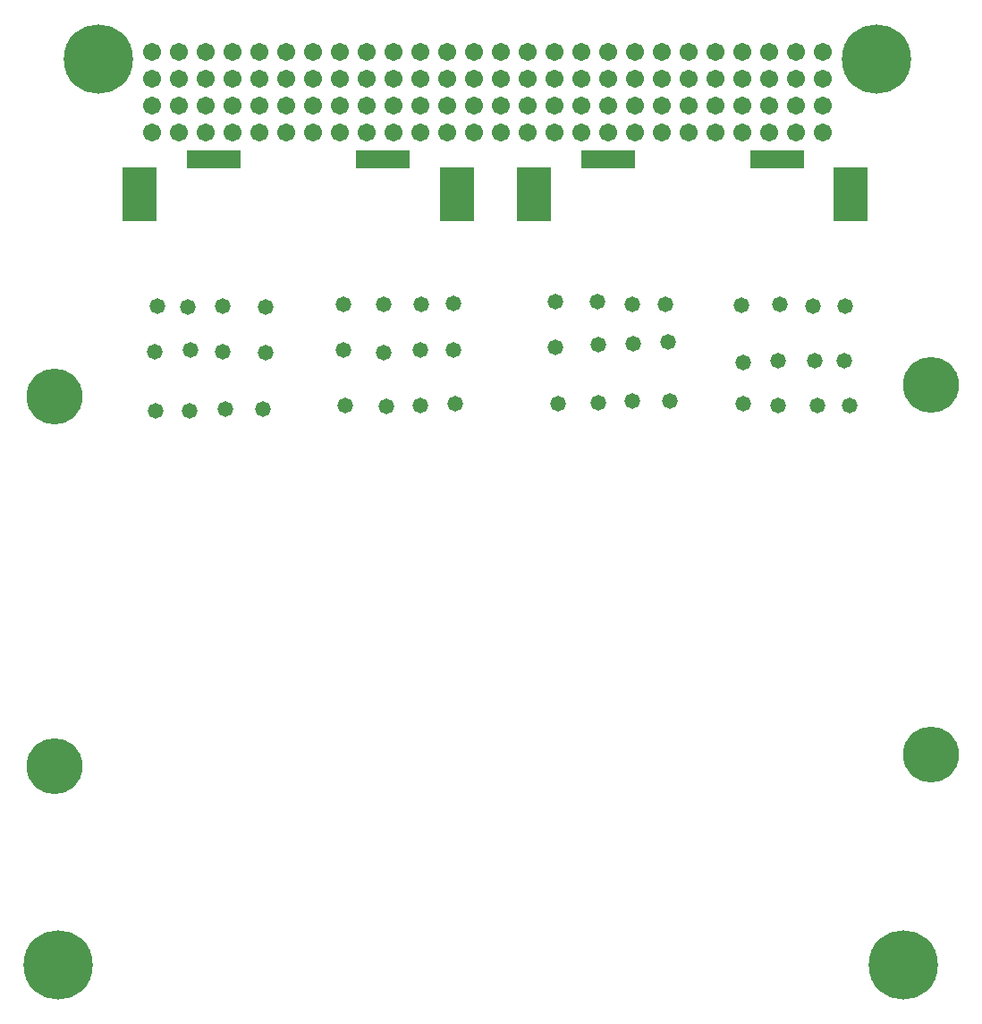
<source format=gts>
%FSLAX44Y44*%
%MOMM*%
G71*
G01*
G75*
G04 Layer_Color=8388736*
%ADD10R,5.0000X1.5000*%
%ADD11R,3.0000X5.0000*%
%ADD12C,0.2540*%
%ADD13C,1.2700*%
%ADD14C,2.5400*%
%ADD15C,6.3500*%
%ADD16C,5.0800*%
%ADD17C,1.5000*%
%ADD18C,1.2700*%
%ADD19C,1.0160*%
%ADD20C,4.1910*%
%ADD21C,4.0160*%
%ADD22C,1.9160*%
G04:AMPARAMS|DCode=23|XSize=2.424mm|YSize=2.424mm|CornerRadius=0mm|HoleSize=0mm|Usage=FLASHONLY|Rotation=0.000|XOffset=0mm|YOffset=0mm|HoleType=Round|Shape=Relief|Width=0.254mm|Gap=0.254mm|Entries=4|*
%AMTHD23*
7,0,0,2.4240,1.9160,0.2540,45*
%
%ADD23THD23*%
G04:AMPARAMS|DCode=24|XSize=2.2352mm|YSize=2.2352mm|CornerRadius=0mm|HoleSize=0mm|Usage=FLASHONLY|Rotation=0.000|XOffset=0mm|YOffset=0mm|HoleType=Round|Shape=Relief|Width=0.254mm|Gap=0.254mm|Entries=4|*
%AMTHD24*
7,0,0,2.2352,1.7272,0.2540,45*
%
%ADD24THD24*%
%ADD25C,1.7272*%
%ADD26R,5.2032X1.7032*%
%ADD27R,3.2032X5.2032*%
%ADD28C,6.5532*%
%ADD29C,5.2832*%
%ADD30C,1.7032*%
%ADD31C,1.4732*%
D26*
X349380Y812780D02*
D03*
X189380D02*
D03*
X722480D02*
D03*
X562480D02*
D03*
D27*
X419380Y779780D02*
D03*
X119380D02*
D03*
X792480D02*
D03*
X492480D02*
D03*
D28*
X80010Y908050D02*
D03*
X842010Y50800D02*
D03*
X41910D02*
D03*
X816610Y908050D02*
D03*
D29*
X38810Y238790D02*
D03*
Y588265D02*
D03*
X867970Y250220D02*
D03*
Y599695D02*
D03*
D30*
X130810Y863600D02*
D03*
Y838200D02*
D03*
X156210D02*
D03*
X181610D02*
D03*
X207010D02*
D03*
X232410D02*
D03*
X257810D02*
D03*
X283210D02*
D03*
X308610D02*
D03*
X334010D02*
D03*
X359410D02*
D03*
X384810D02*
D03*
X410210D02*
D03*
X435610D02*
D03*
X461010D02*
D03*
X486410D02*
D03*
X511810D02*
D03*
X537210D02*
D03*
X562610D02*
D03*
X588010D02*
D03*
X613410D02*
D03*
X638810D02*
D03*
X664210D02*
D03*
X689610D02*
D03*
X715010D02*
D03*
X740410D02*
D03*
X765810D02*
D03*
X156210Y863600D02*
D03*
X181610D02*
D03*
X207010D02*
D03*
X232410D02*
D03*
X257810D02*
D03*
X283210D02*
D03*
X308610D02*
D03*
X334010D02*
D03*
X359410D02*
D03*
X384810D02*
D03*
X410210D02*
D03*
X435610D02*
D03*
X461010D02*
D03*
X486410D02*
D03*
X511810D02*
D03*
X537210D02*
D03*
X562610D02*
D03*
X588010D02*
D03*
X613410D02*
D03*
X638810D02*
D03*
X664210D02*
D03*
X689610D02*
D03*
X715010D02*
D03*
X740410D02*
D03*
X765810D02*
D03*
X130810Y914400D02*
D03*
Y889000D02*
D03*
X156210D02*
D03*
X181610D02*
D03*
X207010D02*
D03*
X232410D02*
D03*
X257810D02*
D03*
X283210D02*
D03*
X308610D02*
D03*
X334010D02*
D03*
X359410D02*
D03*
X384810D02*
D03*
X410210D02*
D03*
X435610D02*
D03*
X461010D02*
D03*
X486410D02*
D03*
X511810D02*
D03*
X537210D02*
D03*
X562610D02*
D03*
X588010D02*
D03*
X613410D02*
D03*
X638810D02*
D03*
X664210D02*
D03*
X689610D02*
D03*
X715010D02*
D03*
X740410D02*
D03*
X765810D02*
D03*
X156210Y914400D02*
D03*
X181610D02*
D03*
X207010D02*
D03*
X232410D02*
D03*
X257810D02*
D03*
X283210D02*
D03*
X308610D02*
D03*
X334010D02*
D03*
X359410D02*
D03*
X384810D02*
D03*
X410210D02*
D03*
X435610D02*
D03*
X461010D02*
D03*
X486410D02*
D03*
X511810D02*
D03*
X537210D02*
D03*
X562610D02*
D03*
X588010D02*
D03*
X613410D02*
D03*
X638810D02*
D03*
X664210D02*
D03*
X689610D02*
D03*
X715010D02*
D03*
X740410D02*
D03*
X765810D02*
D03*
D31*
X787400Y674370D02*
D03*
X786130Y622300D02*
D03*
X791210Y580390D02*
D03*
X756830Y674370D02*
D03*
X758190Y622300D02*
D03*
X760730Y580390D02*
D03*
X552450Y678180D02*
D03*
X553720Y637540D02*
D03*
Y582930D02*
D03*
X513080Y678180D02*
D03*
Y635000D02*
D03*
X515620Y581660D02*
D03*
X416560Y676910D02*
D03*
Y632460D02*
D03*
X417830Y581660D02*
D03*
X386080Y675640D02*
D03*
X384810Y632460D02*
D03*
Y580390D02*
D03*
X166370Y575310D02*
D03*
X167640Y632460D02*
D03*
X165100Y673100D02*
D03*
X133350Y631190D02*
D03*
X134620Y575310D02*
D03*
X135890Y674370D02*
D03*
X200660Y576580D02*
D03*
X198120Y631190D02*
D03*
Y674370D02*
D03*
X236220Y576580D02*
D03*
X238760Y629920D02*
D03*
Y673100D02*
D03*
X313690Y580390D02*
D03*
X312420Y632460D02*
D03*
Y675640D02*
D03*
X353060Y579120D02*
D03*
X350520Y629920D02*
D03*
Y675640D02*
D03*
X585470Y584200D02*
D03*
X586740Y638810D02*
D03*
X585470Y675640D02*
D03*
X621030Y584200D02*
D03*
X619760Y640080D02*
D03*
X617220Y675640D02*
D03*
X690880Y581660D02*
D03*
Y621030D02*
D03*
X688937Y674515D02*
D03*
X723900Y580390D02*
D03*
Y622300D02*
D03*
X725170Y675640D02*
D03*
M02*

</source>
